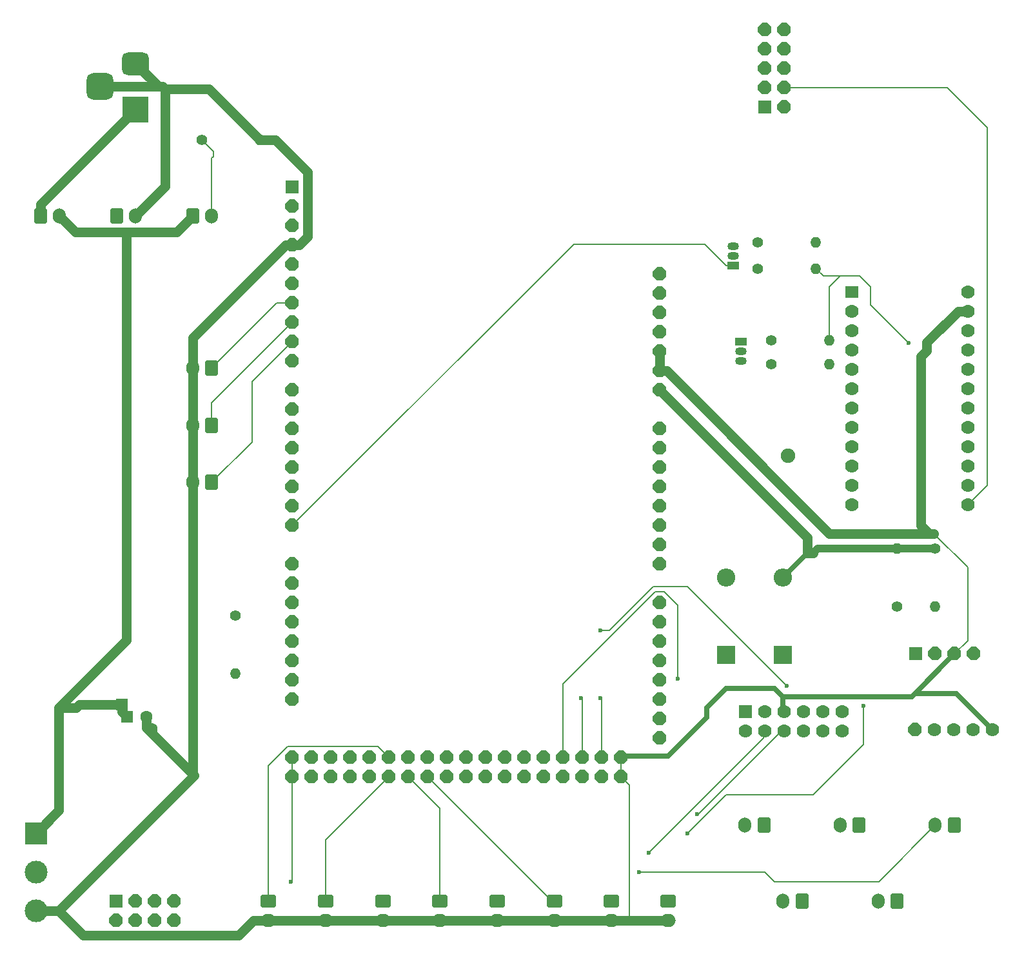
<source format=gbr>
%TF.GenerationSoftware,KiCad,Pcbnew,8.0.6*%
%TF.CreationDate,2025-05-19T18:35:20-06:00*%
%TF.ProjectId,main V5,6d61696e-2056-4352-9e6b-696361645f70,rev?*%
%TF.SameCoordinates,Original*%
%TF.FileFunction,Copper,L2,Inr*%
%TF.FilePolarity,Positive*%
%FSLAX46Y46*%
G04 Gerber Fmt 4.6, Leading zero omitted, Abs format (unit mm)*
G04 Created by KiCad (PCBNEW 8.0.6) date 2025-05-19 18:35:20*
%MOMM*%
%LPD*%
G01*
G04 APERTURE LIST*
G04 Aperture macros list*
%AMRoundRect*
0 Rectangle with rounded corners*
0 $1 Rounding radius*
0 $2 $3 $4 $5 $6 $7 $8 $9 X,Y pos of 4 corners*
0 Add a 4 corners polygon primitive as box body*
4,1,4,$2,$3,$4,$5,$6,$7,$8,$9,$2,$3,0*
0 Add four circle primitives for the rounded corners*
1,1,$1+$1,$2,$3*
1,1,$1+$1,$4,$5*
1,1,$1+$1,$6,$7*
1,1,$1+$1,$8,$9*
0 Add four rect primitives between the rounded corners*
20,1,$1+$1,$2,$3,$4,$5,0*
20,1,$1+$1,$4,$5,$6,$7,0*
20,1,$1+$1,$6,$7,$8,$9,0*
20,1,$1+$1,$8,$9,$2,$3,0*%
%AMOutline5P*
0 Free polygon, 5 corners , with rotation*
0 The origin of the aperture is its center*
0 number of corners: always 5*
0 $1 to $10 corner X, Y*
0 $11 Rotation angle, in degrees counterclockwise*
0 create outline with 5 corners*
4,1,5,$1,$2,$3,$4,$5,$6,$7,$8,$9,$10,$1,$2,$11*%
%AMOutline6P*
0 Free polygon, 6 corners , with rotation*
0 The origin of the aperture is its center*
0 number of corners: always 6*
0 $1 to $12 corner X, Y*
0 $13 Rotation angle, in degrees counterclockwise*
0 create outline with 6 corners*
4,1,6,$1,$2,$3,$4,$5,$6,$7,$8,$9,$10,$11,$12,$1,$2,$13*%
%AMOutline7P*
0 Free polygon, 7 corners , with rotation*
0 The origin of the aperture is its center*
0 number of corners: always 7*
0 $1 to $14 corner X, Y*
0 $15 Rotation angle, in degrees counterclockwise*
0 create outline with 7 corners*
4,1,7,$1,$2,$3,$4,$5,$6,$7,$8,$9,$10,$11,$12,$13,$14,$1,$2,$15*%
%AMOutline8P*
0 Free polygon, 8 corners , with rotation*
0 The origin of the aperture is its center*
0 number of corners: always 8*
0 $1 to $16 corner X, Y*
0 $17 Rotation angle, in degrees counterclockwise*
0 create outline with 8 corners*
4,1,8,$1,$2,$3,$4,$5,$6,$7,$8,$9,$10,$11,$12,$13,$14,$15,$16,$1,$2,$17*%
G04 Aperture macros list end*
%TA.AperFunction,Conductor*%
%ADD10C,0.200000*%
%TD*%
%TA.AperFunction,Conductor*%
%ADD11C,0.635000*%
%TD*%
%TA.AperFunction,ComponentPad*%
%ADD12C,1.400000*%
%TD*%
%TA.AperFunction,ComponentPad*%
%ADD13O,1.400000X1.400000*%
%TD*%
%TA.AperFunction,ComponentPad*%
%ADD14R,1.778000X1.778000*%
%TD*%
%TA.AperFunction,ComponentPad*%
%ADD15Outline8P,-0.889000X0.368236X-0.368236X0.889000X0.368236X0.889000X0.889000X0.368236X0.889000X-0.368236X0.368236X-0.889000X-0.368236X-0.889000X-0.889000X-0.368236X0.000000*%
%TD*%
%TA.AperFunction,ComponentPad*%
%ADD16R,3.500000X3.500000*%
%TD*%
%TA.AperFunction,ComponentPad*%
%ADD17RoundRect,0.750000X-1.000000X0.750000X-1.000000X-0.750000X1.000000X-0.750000X1.000000X0.750000X0*%
%TD*%
%TA.AperFunction,ComponentPad*%
%ADD18RoundRect,0.875000X-0.875000X0.875000X-0.875000X-0.875000X0.875000X-0.875000X0.875000X0.875000X0*%
%TD*%
%TA.AperFunction,ComponentPad*%
%ADD19RoundRect,0.250000X-0.750000X0.600000X-0.750000X-0.600000X0.750000X-0.600000X0.750000X0.600000X0*%
%TD*%
%TA.AperFunction,ComponentPad*%
%ADD20O,2.000000X1.700000*%
%TD*%
%TA.AperFunction,ComponentPad*%
%ADD21RoundRect,0.250000X-0.600000X-0.750000X0.600000X-0.750000X0.600000X0.750000X-0.600000X0.750000X0*%
%TD*%
%TA.AperFunction,ComponentPad*%
%ADD22O,1.700000X2.000000*%
%TD*%
%TA.AperFunction,ComponentPad*%
%ADD23RoundRect,0.250000X0.600000X0.750000X-0.600000X0.750000X-0.600000X-0.750000X0.600000X-0.750000X0*%
%TD*%
%TA.AperFunction,ComponentPad*%
%ADD24Outline8P,-0.889000X0.368236X-0.368236X0.889000X0.368236X0.889000X0.889000X0.368236X0.889000X-0.368236X0.368236X-0.889000X-0.368236X-0.889000X-0.889000X-0.368236X90.000000*%
%TD*%
%TA.AperFunction,ComponentPad*%
%ADD25R,2.400000X2.400000*%
%TD*%
%TA.AperFunction,ComponentPad*%
%ADD26O,2.400000X2.400000*%
%TD*%
%TA.AperFunction,ComponentPad*%
%ADD27C,1.778000*%
%TD*%
%TA.AperFunction,ComponentPad*%
%ADD28R,1.500000X1.050000*%
%TD*%
%TA.AperFunction,ComponentPad*%
%ADD29O,1.500000X1.050000*%
%TD*%
%TA.AperFunction,ComponentPad*%
%ADD30R,3.000000X3.000000*%
%TD*%
%TA.AperFunction,ComponentPad*%
%ADD31C,3.000000*%
%TD*%
%TA.AperFunction,ComponentPad*%
%ADD32Outline8P,-0.889000X0.368236X-0.368236X0.889000X0.368236X0.889000X0.889000X0.368236X0.889000X-0.368236X0.368236X-0.889000X-0.368236X-0.889000X-0.889000X-0.368236X180.000000*%
%TD*%
%TA.AperFunction,ComponentPad*%
%ADD33C,1.905000*%
%TD*%
%TA.AperFunction,ComponentPad*%
%ADD34R,1.600000X1.600000*%
%TD*%
%TA.AperFunction,ComponentPad*%
%ADD35C,1.600000*%
%TD*%
%TA.AperFunction,ComponentPad*%
%ADD36R,1.778000X1.524000*%
%TD*%
%TA.AperFunction,ViaPad*%
%ADD37C,0.600000*%
%TD*%
%TA.AperFunction,Conductor*%
%ADD38C,1.270000*%
%TD*%
%TA.AperFunction,Conductor*%
%ADD39C,1.016000*%
%TD*%
G04 APERTURE END LIST*
D10*
%TO.N,GND*%
X78740000Y-50800000D02*
X78422500Y-50482500D01*
X78740000Y-50800000D02*
X77470000Y-49530000D01*
X78105000Y-50165000D02*
X78740000Y-50800000D01*
X78740000Y-52070000D02*
X77470000Y-49530000D01*
X78105000Y-50165000D02*
X78740000Y-52070000D01*
D11*
X146050000Y-138430000D02*
X151130000Y-138430000D01*
%TD*%
D12*
%TO.N,/RX_OUT*%
%TO.C,R7*%
X164200000Y-71000000D03*
D13*
%TO.N,+3.3V*%
X171820000Y-71000000D03*
%TD*%
D14*
%TO.N,Net-(R2-Pad1)*%
%TO.C,U$2*%
X184960000Y-125000000D03*
D15*
%TO.N,Net-(R3-Pad2)*%
X187500000Y-125000000D03*
%TO.N,GND*%
X190040000Y-125000000D03*
%TO.N,/5V*%
X192580000Y-125000000D03*
%TD*%
D12*
%TO.N,Net-(JP7-B)*%
%TO.C,Neopixel Resistor1*%
X95600000Y-119990000D03*
D13*
%TO.N,Net-(JP7-A)*%
X95600000Y-127610000D03*
%TD*%
D16*
%TO.N,/RAW_IN*%
%TO.C,J1*%
X82500000Y-53500000D03*
D17*
%TO.N,GND*%
X82500000Y-47500000D03*
D18*
X77800000Y-50500000D03*
%TD*%
D19*
%TO.N,Net-(SW6A-S)*%
%TO.C,SW6*%
X137500000Y-157500000D03*
D20*
%TO.N,GND*%
X137500000Y-160000000D03*
%TD*%
D19*
%TO.N,Net-(SW4A-S)*%
%TO.C,SW4*%
X122450000Y-157500000D03*
D20*
%TO.N,GND*%
X122450000Y-160000000D03*
%TD*%
D19*
%TO.N,Net-(SW1A-S)*%
%TO.C,SW1*%
X99950000Y-157500000D03*
D20*
%TO.N,GND*%
X99950000Y-160000000D03*
%TD*%
D12*
%TO.N,Net-(R2-Pad1)*%
%TO.C,R2*%
X182500000Y-118810000D03*
D13*
%TO.N,/5V*%
X182500000Y-111190000D03*
%TD*%
D21*
%TO.N,/5V*%
%TO.C,POWER_LED0*%
X90000000Y-67500000D03*
D22*
%TO.N,Net-(POWER_LED0B-S)*%
X92500000Y-67500000D03*
%TD*%
D12*
%TO.N,/RX_5V*%
%TO.C,R6*%
X164190000Y-74400000D03*
D13*
%TO.N,/5V*%
X171810000Y-74400000D03*
%TD*%
D23*
%TO.N,Net-(JACK_CON3A-S)*%
%TO.C,JACK_CON3*%
X177500000Y-147500000D03*
D22*
%TO.N,Net-(JACK_CON3B-S)*%
X175000000Y-147500000D03*
%TD*%
D23*
%TO.N,Net-(JACK_CON1A-S)*%
%TO.C,JACK_CON1*%
X165000000Y-147500000D03*
D22*
%TO.N,Net-(JACK_CON1B-S)*%
X162500000Y-147500000D03*
%TD*%
D23*
%TO.N,Net-(SECTION_2_BUTTON0A-KL)*%
%TO.C,SECTION_2_BUTTON0*%
X92500000Y-95000000D03*
D22*
%TO.N,GND*%
X90000000Y-95000000D03*
%TD*%
D19*
%TO.N,Net-(SW5A-S)*%
%TO.C,SW5*%
X129950000Y-157500000D03*
D20*
%TO.N,GND*%
X129950000Y-160000000D03*
%TD*%
D21*
%TO.N,/RESET*%
%TO.C,RESET0*%
X80000000Y-67500000D03*
D22*
%TO.N,GND*%
X82500000Y-67500000D03*
%TD*%
D12*
%TO.N,/TX_5V*%
%TO.C,R4*%
X165990000Y-83800000D03*
D13*
%TO.N,/5V*%
X173610000Y-83800000D03*
%TD*%
D21*
%TO.N,/RAW_IN*%
%TO.C,PWR_IN0*%
X70000000Y-67500000D03*
D22*
%TO.N,/5V*%
X72500000Y-67500000D03*
%TD*%
D24*
%TO.N,unconnected-(11-Pad3V3)*%
%TO.C,11*%
X167670000Y-43053000D03*
%TO.N,+3.3V*%
X165130000Y-43053000D03*
D14*
%TO.N,GND*%
X165130000Y-53213000D03*
D24*
X165130000Y-45593000D03*
%TO.N,unconnected-(11-PadINT)*%
X165130000Y-50673000D03*
%TO.N,Net-(U1-12)*%
X167670000Y-45593000D03*
%TO.N,Net-(U1-11)*%
X167670000Y-48133000D03*
%TO.N,/RESET*%
X165130000Y-48133000D03*
%TO.N,Net-(U1-13)*%
X167670000Y-53213000D03*
%TO.N,Net-(U1-10)*%
X167670000Y-50673000D03*
%TD*%
D25*
%TO.N,Net-(D2-K)*%
%TO.C,D2*%
X160000000Y-125160000D03*
D26*
%TO.N,/3V3*%
X160000000Y-115000000D03*
%TD*%
D19*
%TO.N,Net-(SW3A-S)*%
%TO.C,SW3*%
X114950000Y-157500000D03*
D20*
%TO.N,GND*%
X114950000Y-160000000D03*
%TD*%
D23*
%TO.N,Net-(JACK_CON5A-S)*%
%TO.C,JACK_CON5*%
X190000000Y-147500000D03*
D22*
%TO.N,Net-(JACK_CON5B-S)*%
X187500000Y-147500000D03*
%TD*%
D19*
%TO.N,Net-(SW2A-S)*%
%TO.C,SW2*%
X107450000Y-157500000D03*
D20*
%TO.N,GND*%
X107450000Y-160000000D03*
%TD*%
D14*
%TO.N,Net-(D2-K)*%
%TO.C,C1*%
X162560000Y-132588000D03*
D27*
%TO.N,Net-(D1-K)*%
X165100000Y-132588000D03*
%TO.N,GND*%
X167640000Y-132588000D03*
%TO.N,/MISO*%
X172720000Y-135128000D03*
%TO.N,/MOSI*%
X172720000Y-132588000D03*
%TO.N,/RESET*%
X175260000Y-132588000D03*
%TO.N,/SCK*%
X170180000Y-132588000D03*
%TO.N,/D48*%
X170180000Y-135128000D03*
%TO.N,/D2*%
X162560000Y-135128000D03*
%TO.N,/D53*%
X167640000Y-135128000D03*
%TO.N,Net-(C1-PadTFT_DC)*%
X165100000Y-135128000D03*
%TO.N,/Touch_CS*%
X175260000Y-135128000D03*
%TD*%
D12*
%TO.N,Net-(POWER_LED0B-S)*%
%TO.C,R1*%
X91190000Y-57500000D03*
D13*
%TO.N,GND*%
X98810000Y-57500000D03*
%TD*%
D19*
%TO.N,Net-(SW8A-S)*%
%TO.C,SW8*%
X152450000Y-157500000D03*
D20*
%TO.N,GND*%
X152450000Y-160000000D03*
%TD*%
D14*
%TO.N,Net-(U$1-PadD22)*%
%TO.C,U$4*%
X79960000Y-157460000D03*
D15*
%TO.N,Net-(U$1-PadD23)*%
X82500000Y-157460000D03*
%TO.N,Net-(U$1-PadD24)*%
X85040000Y-157460000D03*
%TO.N,Net-(U$1-PadD25)*%
X87580000Y-157460000D03*
%TO.N,Net-(U$1-PadD26)*%
X79960000Y-160000000D03*
%TO.N,Net-(U$1-PadD27)*%
X82500000Y-160000000D03*
%TO.N,Net-(U$1-PadD28)*%
X85040000Y-160000000D03*
%TO.N,/D29*%
X87580000Y-160000000D03*
%TD*%
D28*
%TO.N,/RX_5V*%
%TO.C,Q2*%
X161000000Y-74000000D03*
D29*
%TO.N,+3.3V*%
X161000000Y-72730000D03*
%TO.N,/RX_OUT*%
X161000000Y-71460000D03*
%TD*%
D19*
%TO.N,Net-(SW7A-S)*%
%TO.C,SW7*%
X144950000Y-157500000D03*
D20*
%TO.N,GND*%
X144950000Y-160000000D03*
%TD*%
D30*
%TO.N,/5V*%
%TO.C,X1*%
X69400000Y-148590000D03*
D31*
%TO.N,Net-(JP7-A)*%
X69400000Y-153670000D03*
%TO.N,GND*%
X69400000Y-158750000D03*
%TD*%
D32*
%TO.N,/3V3*%
%TO.C,U$1*%
X151328500Y-80210000D03*
%TO.N,Net-(U$1-5V-Pad5V@1)*%
X151328500Y-82750000D03*
X103068500Y-138630000D03*
X103068500Y-141170000D03*
%TO.N,unconnected-(U$1-PadA0)*%
X151328500Y-95450000D03*
%TO.N,/Touch_CS*%
X151328500Y-97990000D03*
%TO.N,Net-(U2-T_IRQ)*%
X151328500Y-100530000D03*
%TO.N,unconnected-(U$1-PadA3)*%
X151328500Y-103070000D03*
%TO.N,unconnected-(U$1-PadA4)*%
X151328500Y-105610000D03*
%TO.N,unconnected-(U$1-PadA5)*%
X151328500Y-108150000D03*
%TO.N,unconnected-(U$1-PadA6)*%
X151328500Y-110690000D03*
%TO.N,unconnected-(U$1-PadA7)*%
X151328500Y-113230000D03*
%TO.N,unconnected-(U$1-PadA8)*%
X151328500Y-118310000D03*
%TO.N,unconnected-(U$1-PadA9)*%
X151328500Y-120850000D03*
%TO.N,unconnected-(U$1-PadA10)*%
X151328500Y-123390000D03*
%TO.N,unconnected-(U$1-PadA11)*%
X151328500Y-125930000D03*
%TO.N,unconnected-(U$1-PadA12)*%
X151328500Y-128470000D03*
%TO.N,unconnected-(U$1-PadA13)*%
X151328500Y-131010000D03*
%TO.N,unconnected-(U$1-PadA14)*%
X151328500Y-133550000D03*
%TO.N,unconnected-(U$1-PadA15)*%
X151328500Y-136090000D03*
%TO.N,unconnected-(U$1-PadAREF)*%
X103068500Y-68780000D03*
%TO.N,/RX_5V*%
X103068500Y-108150000D03*
%TO.N,/TX_5V*%
X103068500Y-105610000D03*
%TO.N,/D2*%
X103068500Y-103070000D03*
%TO.N,unconnected-(U$1-PadD3)*%
X103068500Y-100530000D03*
%TO.N,Net-(R2-Pad1)*%
X103068500Y-97990000D03*
%TO.N,Net-(R3-Pad2)*%
X103068500Y-95450000D03*
%TO.N,unconnected-(U$1-PadD6)*%
X103068500Y-92910000D03*
%TO.N,unconnected-(U$1-PadD7)*%
X103068500Y-90370000D03*
%TO.N,Net-(JP7-B)*%
X103068500Y-86560000D03*
%TO.N,Net-(SECTION_1_BUTTON0A-KL)*%
X103068500Y-84020000D03*
%TO.N,Net-(SECTION_2_BUTTON0A-KL)*%
X103068500Y-81480000D03*
%TO.N,Net-(SECTION_3_BUTTON0A-KL)*%
X103068500Y-78940000D03*
%TO.N,unconnected-(U$1-PadD12)*%
X103068500Y-76400000D03*
%TO.N,unconnected-(U$1-PadD13)*%
X103068500Y-73860000D03*
%TO.N,unconnected-(U$1-PadD14)*%
X103068500Y-113230000D03*
%TO.N,unconnected-(U$1-PadD15)*%
X103068500Y-115770000D03*
%TO.N,unconnected-(U$1-PadD16)*%
X103068500Y-118310000D03*
%TO.N,unconnected-(U$1-PadD17)*%
X103068500Y-120850000D03*
%TO.N,unconnected-(U$1-PadD18)*%
X103068500Y-123390000D03*
%TO.N,unconnected-(U$1-PadD19)*%
X103068500Y-125930000D03*
%TO.N,Net-(U$1-PadD20)*%
X103068500Y-128470000D03*
%TO.N,/D21*%
X103068500Y-131010000D03*
%TO.N,Net-(U$1-PadD22)*%
X105608500Y-138630000D03*
%TO.N,Net-(U$1-PadD23)*%
X105608500Y-141170000D03*
%TO.N,Net-(U$1-PadD24)*%
X108148500Y-138630000D03*
%TO.N,Net-(U$1-PadD25)*%
X108148500Y-141170000D03*
%TO.N,Net-(U$1-PadD26)*%
X110688500Y-138630000D03*
%TO.N,Net-(U$1-PadD27)*%
X110688500Y-141170000D03*
%TO.N,Net-(U$1-PadD28)*%
X113228500Y-138630000D03*
%TO.N,/D29*%
X113228500Y-141170000D03*
%TO.N,Net-(SW1A-S)*%
X115768500Y-138630000D03*
%TO.N,Net-(SW2A-S)*%
X115768500Y-141170000D03*
%TO.N,Net-(SW3A-S)*%
X118308500Y-138630000D03*
%TO.N,Net-(SW4A-S)*%
X118308500Y-141170000D03*
%TO.N,Net-(SW5A-S)*%
X120848500Y-138630000D03*
%TO.N,Net-(SW6A-S)*%
X120848500Y-141170000D03*
%TO.N,Net-(SW7A-S)*%
X123388500Y-138630000D03*
%TO.N,Net-(SW8A-S)*%
X123388500Y-141170000D03*
%TO.N,Net-(JACK_CON1A-S)*%
X125928500Y-138630000D03*
%TO.N,Net-(JACK_CON1B-S)*%
X125928500Y-141170000D03*
%TO.N,Net-(JACK_CON2A-S)*%
X128468500Y-138630000D03*
%TO.N,Net-(JACK_CON2B-S)*%
X128468500Y-141170000D03*
%TO.N,Net-(JACK_CON3A-S)*%
X131008500Y-138630000D03*
%TO.N,Net-(JACK_CON3B-S)*%
X131008500Y-141170000D03*
%TO.N,Net-(JACK_CON4A-S)*%
X133548500Y-138630000D03*
%TO.N,Net-(JACK_CON4B-S)*%
X133548500Y-141170000D03*
%TO.N,Net-(JACK_CON5A-S)*%
X136088500Y-138630000D03*
%TO.N,Net-(JACK_CON5B-S)*%
X136088500Y-141170000D03*
%TO.N,/D48*%
X138628500Y-138630000D03*
%TO.N,Net-(C1-PadTFT_DC)*%
X138628500Y-141170000D03*
%TO.N,/MISO*%
X141168500Y-138630000D03*
%TO.N,/MOSI*%
X141168500Y-141170000D03*
%TO.N,/SCK*%
X143708500Y-138630000D03*
%TO.N,/D53*%
X143708500Y-141170000D03*
%TO.N,GND*%
X103068500Y-71320000D03*
X151328500Y-87830000D03*
X151328500Y-85290000D03*
X146248500Y-138630000D03*
X146248500Y-141170000D03*
%TO.N,unconnected-(U$1-PadIOREF)*%
X151328500Y-75130000D03*
%TO.N,/RESET*%
X151328500Y-77670000D03*
D14*
%TO.N,unconnected-(U$1-PadSCL)*%
X103068500Y-63700000D03*
D32*
%TO.N,unconnected-(U$1-PadSDA)*%
X103068500Y-66240000D03*
%TO.N,/5V*%
X151328500Y-90370000D03*
%TD*%
D33*
%TO.N,Net-(U2-T_IRQ)*%
%TO.C,U2*%
X168200000Y-99000000D03*
%TD*%
D23*
%TO.N,Net-(JACK_CON2A-S)*%
%TO.C,JACK_CON2*%
X170000000Y-157500000D03*
D22*
%TO.N,Net-(JACK_CON2B-S)*%
X167500000Y-157500000D03*
%TD*%
D34*
%TO.N,/5V*%
%TO.C,C2*%
X80740126Y-131674000D03*
X81411063Y-133274000D03*
D35*
%TO.N,GND*%
X83911063Y-133274000D03*
X84582000Y-134874000D03*
%TD*%
D23*
%TO.N,Net-(SECTION_1_BUTTON0A-KL)*%
%TO.C,SECTION_1_BUTTON0*%
X92500000Y-102500000D03*
D22*
%TO.N,GND*%
X90000000Y-102500000D03*
%TD*%
D36*
%TO.N,/RX_OUT*%
%TO.C,U1*%
X176530000Y-77470000D03*
D27*
%TO.N,/TX_OUT*%
X176530000Y-80010000D03*
%TO.N,unconnected-(U1-GND{slash}RST-Pad2)*%
X176530000Y-82550000D03*
%TO.N,unconnected-(U1-GND-Pad3)*%
X176530000Y-85090000D03*
%TO.N,unconnected-(U1-2-Pad4)*%
X176530000Y-87630000D03*
%TO.N,unconnected-(U1-3-Pad5)*%
X176530000Y-90170000D03*
%TO.N,unconnected-(U1-4-Pad6)*%
X176530000Y-92710000D03*
%TO.N,unconnected-(U1-5-Pad7)*%
X176530000Y-95250000D03*
%TO.N,unconnected-(U1-6-Pad8)*%
X176530000Y-97790000D03*
%TO.N,unconnected-(U1-7-Pad9)*%
X176530000Y-100330000D03*
%TO.N,unconnected-(U1-8-Pad10)*%
X176530000Y-102870000D03*
%TO.N,unconnected-(U1-9-Pad11)*%
X176530000Y-105410000D03*
%TO.N,Net-(U1-10)*%
X191770000Y-105410000D03*
%TO.N,Net-(U1-11)*%
X191770000Y-102870000D03*
%TO.N,Net-(U1-12)*%
X191770000Y-100330000D03*
%TO.N,Net-(U1-13)*%
X191770000Y-97790000D03*
%TO.N,unconnected-(U1-A0-Pad16)*%
X191770000Y-95250000D03*
%TO.N,unconnected-(U1-A1-Pad17)*%
X191770000Y-92710000D03*
%TO.N,unconnected-(U1-A2-Pad18)*%
X191770000Y-90170000D03*
%TO.N,unconnected-(U1-A3-Pad19)*%
X191770000Y-87630000D03*
%TO.N,+3.3V*%
X191770000Y-85090000D03*
%TO.N,/RESET*%
X191770000Y-82550000D03*
%TO.N,GND*%
X191770000Y-80010000D03*
%TO.N,Net-(JP4-B)*%
X191770000Y-77470000D03*
%TD*%
D23*
%TO.N,Net-(JACK_CON4A-S)*%
%TO.C,JACK_CON4*%
X182500000Y-157500000D03*
D22*
%TO.N,Net-(JACK_CON4B-S)*%
X180000000Y-157500000D03*
%TD*%
D12*
%TO.N,/5V*%
%TO.C,R3*%
X187500000Y-111190000D03*
D13*
%TO.N,Net-(R3-Pad2)*%
X187500000Y-118810000D03*
%TD*%
D28*
%TO.N,/TX_5V*%
%TO.C,Q1*%
X162000000Y-84050000D03*
D29*
%TO.N,+3.3V*%
X162000000Y-85320000D03*
%TO.N,/TX_OUT*%
X162000000Y-86590000D03*
%TD*%
D27*
%TO.N,/5V*%
%TO.C,U$5*%
X192500000Y-135000000D03*
D15*
%TO.N,/D21*%
X184880000Y-135000000D03*
D27*
%TO.N,Net-(U$1-PadD20)*%
X187420000Y-135000000D03*
%TO.N,GND*%
X195040000Y-135000000D03*
%TO.N,unconnected-(U$5-PadSW)*%
X189960000Y-135000000D03*
%TD*%
D23*
%TO.N,Net-(SECTION_3_BUTTON0A-KL)*%
%TO.C,SECTION_3_BUTTON0*%
X92500000Y-87500000D03*
D22*
%TO.N,GND*%
X90000000Y-87500000D03*
%TD*%
D12*
%TO.N,/TX_OUT*%
%TO.C,R5*%
X165990000Y-86950000D03*
D13*
%TO.N,+3.3V*%
X173610000Y-86950000D03*
%TD*%
D25*
%TO.N,Net-(D1-K)*%
%TO.C,D1*%
X167500000Y-125160000D03*
D26*
%TO.N,/5V*%
X167500000Y-115000000D03*
%TD*%
D37*
%TO.N,/5V*%
X184000000Y-84200000D03*
%TO.N,Net-(JACK_CON5B-S)*%
X148590000Y-153670000D03*
%TO.N,/SCK*%
X143510000Y-121920000D03*
X168000000Y-129200000D03*
X143510000Y-130810000D03*
%TO.N,/MOSI*%
X178054000Y-131826000D03*
X154940000Y-148590000D03*
%TO.N,/D48*%
X153670000Y-128270000D03*
%TO.N,Net-(U$1-5V-Pad5V@1)*%
X102870000Y-154940000D03*
%TO.N,/D53*%
X156210000Y-146050000D03*
%TO.N,/MISO*%
X140970000Y-130810000D03*
%TO.N,Net-(C1-PadTFT_DC)*%
X149860000Y-151130000D03*
%TD*%
D38*
%TO.N,GND*%
X152230000Y-87830000D02*
X151328500Y-87830000D01*
X186690000Y-109220000D02*
X173620000Y-109220000D01*
X173620000Y-109220000D02*
X152230000Y-87830000D01*
D11*
%TO.N,/5V*%
X167500000Y-115000000D02*
X170740000Y-111760000D01*
D38*
X80740126Y-132603063D02*
X81411063Y-133274000D01*
X170740000Y-111760000D02*
X171450000Y-111760000D01*
X81280000Y-69592200D02*
X87907800Y-69592200D01*
X72390000Y-132080000D02*
X81280000Y-123190000D01*
D39*
X172020000Y-111190000D02*
X187500000Y-111190000D01*
D10*
X173610000Y-76790000D02*
X175000000Y-75400000D01*
X179000000Y-76800000D02*
X177600000Y-75400000D01*
X173610000Y-83800000D02*
X173610000Y-76790000D01*
X175000000Y-75400000D02*
X172810000Y-75400000D01*
D38*
X72390000Y-145600000D02*
X69400000Y-148590000D01*
X72390000Y-142400000D02*
X72390000Y-145600000D01*
X80740126Y-131674000D02*
X80740126Y-132603063D01*
X81280000Y-123190000D02*
X81280000Y-69592200D01*
D39*
X171450000Y-111760000D02*
X172020000Y-111190000D01*
D38*
X170740000Y-109781500D02*
X151328500Y-90370000D01*
D10*
X177600000Y-75400000D02*
X175000000Y-75400000D01*
D38*
X87907800Y-69592200D02*
X90000000Y-67500000D01*
D10*
X184000000Y-84200000D02*
X179000000Y-79200000D01*
D38*
X72390000Y-132080000D02*
X72390000Y-142400000D01*
X72390000Y-132080000D02*
X74676000Y-132080000D01*
X170740000Y-111760000D02*
X170740000Y-109781500D01*
D10*
X179000000Y-79200000D02*
X179000000Y-76800000D01*
D38*
X74592200Y-69592200D02*
X81280000Y-69592200D01*
X74676000Y-132080000D02*
X75082000Y-131674000D01*
X72500000Y-67500000D02*
X74592200Y-69592200D01*
X75082000Y-131674000D02*
X80740126Y-131674000D01*
D10*
X172810000Y-75400000D02*
X171810000Y-74400000D01*
D38*
%TO.N,/RAW_IN*%
X82500000Y-53500000D02*
X70000000Y-66000000D01*
X70000000Y-66000000D02*
X70000000Y-67500000D01*
D10*
%TO.N,GND*%
X191770000Y-123270000D02*
X191770000Y-113682050D01*
D38*
X98810000Y-57500000D02*
X100830900Y-57500000D01*
D10*
X77800000Y-50500000D02*
X77770000Y-50500000D01*
D38*
X190512765Y-80010000D02*
X191770000Y-80010000D01*
X90170000Y-140970000D02*
X90000000Y-140800000D01*
X90000000Y-85090000D02*
X90000000Y-102500000D01*
X85500000Y-50500000D02*
X82500000Y-47500000D01*
D10*
X151130000Y-87631500D02*
X151130000Y-87630000D01*
D38*
X86360000Y-50800000D02*
X92110000Y-50800000D01*
X186392200Y-85176669D02*
X186392200Y-84130565D01*
D11*
X157480000Y-132080000D02*
X160020000Y-129540000D01*
X184825000Y-130215000D02*
X190255000Y-130215000D01*
X167460000Y-130630000D02*
X184410000Y-130630000D01*
D10*
X147320000Y-142241500D02*
X147320000Y-160000000D01*
D38*
X86360000Y-50800000D02*
X86360000Y-63640000D01*
D10*
X151328500Y-87830000D02*
X151130000Y-87631500D01*
D38*
X103957500Y-71320000D02*
X103068500Y-71320000D01*
D11*
X167460000Y-130630000D02*
X167460000Y-132460000D01*
D38*
X95998800Y-161981200D02*
X97980000Y-160000000D01*
X86360000Y-63640000D02*
X82500000Y-67500000D01*
X103068500Y-71320000D02*
X102179500Y-71320000D01*
D11*
X184410000Y-130630000D02*
X184825000Y-130215000D01*
D38*
X187307950Y-109220000D02*
X186690000Y-109220000D01*
D11*
X190255000Y-130215000D02*
X195040000Y-135000000D01*
D38*
X90000000Y-140800000D02*
X90000000Y-102500000D01*
X105049700Y-70227800D02*
X103957500Y-71320000D01*
D10*
X191770000Y-113682050D02*
X187307950Y-109220000D01*
X77800000Y-50500000D02*
X78740000Y-51440000D01*
D38*
X100830900Y-57500000D02*
X105049700Y-61718800D01*
X86060000Y-50500000D02*
X86360000Y-50800000D01*
X75621200Y-161981200D02*
X95998800Y-161981200D01*
X97980000Y-160000000D02*
X147320000Y-160000000D01*
X86060000Y-50500000D02*
X77800000Y-50500000D01*
X90000000Y-85090000D02*
X90000000Y-87500000D01*
D10*
X77770000Y-50500000D02*
X77470000Y-50800000D01*
D11*
X151130000Y-138430000D02*
X152400000Y-138430000D01*
D38*
X186392200Y-84130565D02*
X190512765Y-80010000D01*
X72390000Y-158750000D02*
X69400000Y-158750000D01*
X147320000Y-160000000D02*
X152450000Y-160000000D01*
D11*
X152400000Y-138430000D02*
X157480000Y-133350000D01*
D10*
X146248500Y-141170000D02*
X147320000Y-142241500D01*
D38*
X151328500Y-87830000D02*
X151328500Y-85290000D01*
D11*
X184410000Y-130630000D02*
X190040000Y-125000000D01*
D38*
X72390000Y-158750000D02*
X75621200Y-161981200D01*
D11*
X166370000Y-129540000D02*
X167460000Y-130630000D01*
D38*
X90000000Y-83499500D02*
X90000000Y-85090000D01*
D11*
X157480000Y-133350000D02*
X157480000Y-132080000D01*
D38*
X83911063Y-134711063D02*
X83911063Y-133274000D01*
X186690000Y-109220000D02*
X185600000Y-108130000D01*
X185600000Y-108130000D02*
X185600000Y-85968869D01*
X92110000Y-50800000D02*
X98810000Y-57500000D01*
X185600000Y-85968869D02*
X186392200Y-85176669D01*
X86060000Y-50500000D02*
X85500000Y-50500000D01*
X90170000Y-140970000D02*
X83911063Y-134711063D01*
D10*
X78740000Y-51440000D02*
X78740000Y-52070000D01*
D11*
X160020000Y-129540000D02*
X166370000Y-129540000D01*
D38*
X90170000Y-140970000D02*
X72390000Y-158750000D01*
X105049700Y-61718800D02*
X105049700Y-70227800D01*
X102179500Y-71320000D02*
X90000000Y-83499500D01*
X97980000Y-160000000D02*
X99950000Y-160000000D01*
D10*
X190040000Y-125000000D02*
X191770000Y-123270000D01*
X146248500Y-138630000D02*
X146248500Y-141170000D01*
%TO.N,Net-(JACK_CON1A-S)*%
X165100000Y-147320000D02*
X165000000Y-147420000D01*
X165000000Y-147500000D02*
X165000000Y-147420000D01*
%TO.N,Net-(JACK_CON2B-S)*%
X128468500Y-141170000D02*
X128468500Y-141168500D01*
X128468500Y-141168500D02*
X128270000Y-140970000D01*
%TO.N,Net-(JACK_CON5B-S)*%
X165100000Y-153670000D02*
X148590000Y-153670000D01*
X180060000Y-154940000D02*
X166370000Y-154940000D01*
X187500000Y-147500000D02*
X180060000Y-154940000D01*
X166370000Y-154940000D02*
X165100000Y-153670000D01*
%TO.N,Net-(POWER_LED0B-S)*%
X92500000Y-59900000D02*
X92500000Y-67500000D01*
X91190000Y-57500000D02*
X92710000Y-59020000D01*
X92710000Y-59690000D02*
X92500000Y-59900000D01*
X92710000Y-59020000D02*
X92710000Y-59690000D01*
%TO.N,Net-(SECTION_1_BUTTON0A-KL)*%
X97790000Y-89298500D02*
X97790000Y-97210000D01*
X97790000Y-97210000D02*
X92500000Y-102500000D01*
X103068500Y-84020000D02*
X97790000Y-89298500D01*
%TO.N,Net-(SECTION_2_BUTTON0A-KL)*%
X103068500Y-81480000D02*
X92500000Y-92048500D01*
X92500000Y-92048500D02*
X92500000Y-95000000D01*
%TO.N,Net-(SECTION_3_BUTTON0A-KL)*%
X101060000Y-78940000D02*
X92500000Y-87500000D01*
X103068500Y-78940000D02*
X101060000Y-78940000D01*
%TO.N,Net-(SW1A-S)*%
X114322300Y-137183800D02*
X115768500Y-138630000D01*
X99950000Y-139703264D02*
X102469464Y-137183800D01*
X102469464Y-137183800D02*
X114322300Y-137183800D01*
X99950000Y-157500000D02*
X99950000Y-139703264D01*
%TO.N,Net-(SW2A-S)*%
X107450000Y-149488500D02*
X115768500Y-141170000D01*
X107450000Y-157500000D02*
X107450000Y-149488500D01*
%TO.N,Net-(SW3A-S)*%
X114950000Y-157500000D02*
X115550000Y-157500000D01*
X114320000Y-157500000D02*
X114300000Y-157480000D01*
X114950000Y-157500000D02*
X114970000Y-157480000D01*
X114320000Y-157500000D02*
X114950000Y-157500000D01*
X114970000Y-157480000D02*
X115570000Y-157480000D01*
%TO.N,Net-(SW4A-S)*%
X122450000Y-157500000D02*
X122450000Y-145311500D01*
X122450000Y-145311500D02*
X118308500Y-141170000D01*
%TO.N,Net-(SW5A-S)*%
X129560000Y-157500000D02*
X129540000Y-157480000D01*
X129950000Y-157500000D02*
X129560000Y-157500000D01*
%TO.N,Net-(SW6A-S)*%
X137178500Y-157500000D02*
X120848500Y-141170000D01*
X137500000Y-157500000D02*
X137178500Y-157500000D01*
%TO.N,Net-(SW8A-S)*%
X152420000Y-157500000D02*
X152400000Y-157480000D01*
X152450000Y-157500000D02*
X152420000Y-157500000D01*
%TO.N,/SCK*%
X143708500Y-138630000D02*
X143708500Y-131008500D01*
X150481042Y-116182800D02*
X144743842Y-121920000D01*
X143510000Y-130810000D02*
X143708500Y-131008500D01*
X168000000Y-129200000D02*
X154982800Y-116182800D01*
X154982800Y-116182800D02*
X150481042Y-116182800D01*
X144743842Y-121920000D02*
X143510000Y-121920000D01*
%TO.N,/MOSI*%
X178054000Y-136906000D02*
X178054000Y-131826000D01*
X154940000Y-148590000D02*
X160020000Y-143510000D01*
X171450000Y-143510000D02*
X178054000Y-136906000D01*
X160020000Y-143510000D02*
X171450000Y-143510000D01*
%TO.N,/D48*%
X151903736Y-116840000D02*
X153670000Y-118606264D01*
X138628500Y-128964764D02*
X150753264Y-116840000D01*
X138628500Y-138630000D02*
X138628500Y-128964764D01*
X150753264Y-116840000D02*
X151903736Y-116840000D01*
X153670000Y-118606264D02*
X153670000Y-128270000D01*
%TO.N,Net-(U$1-5V-Pad5V@1)*%
X103068500Y-138630000D02*
X103068500Y-154741500D01*
X103068500Y-154741500D02*
X102870000Y-154940000D01*
%TO.N,/D53*%
X156410000Y-146050000D02*
X167460000Y-135000000D01*
X156210000Y-146050000D02*
X156410000Y-146050000D01*
%TO.N,/MISO*%
X141168500Y-138630000D02*
X141168500Y-131008500D01*
X141168500Y-131008500D02*
X140970000Y-130810000D01*
%TO.N,Net-(C1-PadTFT_DC)*%
X149860000Y-151130000D02*
X164920000Y-136070000D01*
X164920000Y-136070000D02*
X164920000Y-135000000D01*
%TO.N,/RX_5V*%
X103068500Y-108150000D02*
X140018500Y-71200000D01*
X140018500Y-71200000D02*
X157250000Y-71200000D01*
X160050000Y-74000000D02*
X161000000Y-74000000D01*
X157250000Y-71200000D02*
X160050000Y-74000000D01*
%TO.N,Net-(U1-10)*%
X191770000Y-105410000D02*
X194310000Y-102870000D01*
X194310000Y-102870000D02*
X194310000Y-55910000D01*
X194310000Y-55910000D02*
X189073000Y-50673000D01*
X189073000Y-50673000D02*
X167670000Y-50673000D01*
%TD*%
M02*

</source>
